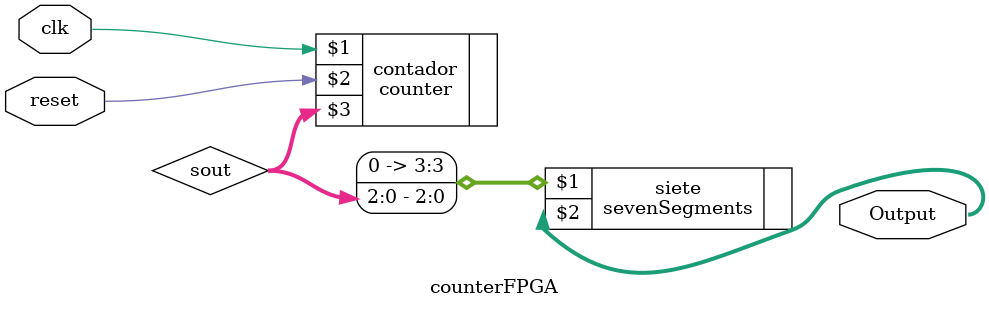
<source format=sv>
module counterFPGA(input logic clk, reset, output logic [6:0] Output);
		
	logic[2:0] sout;
	counter#(3) contador(clk,reset,sout);
	
	sevenSegments siete({1'b0, sout[2:0]}, Output);
	

endmodule

</source>
